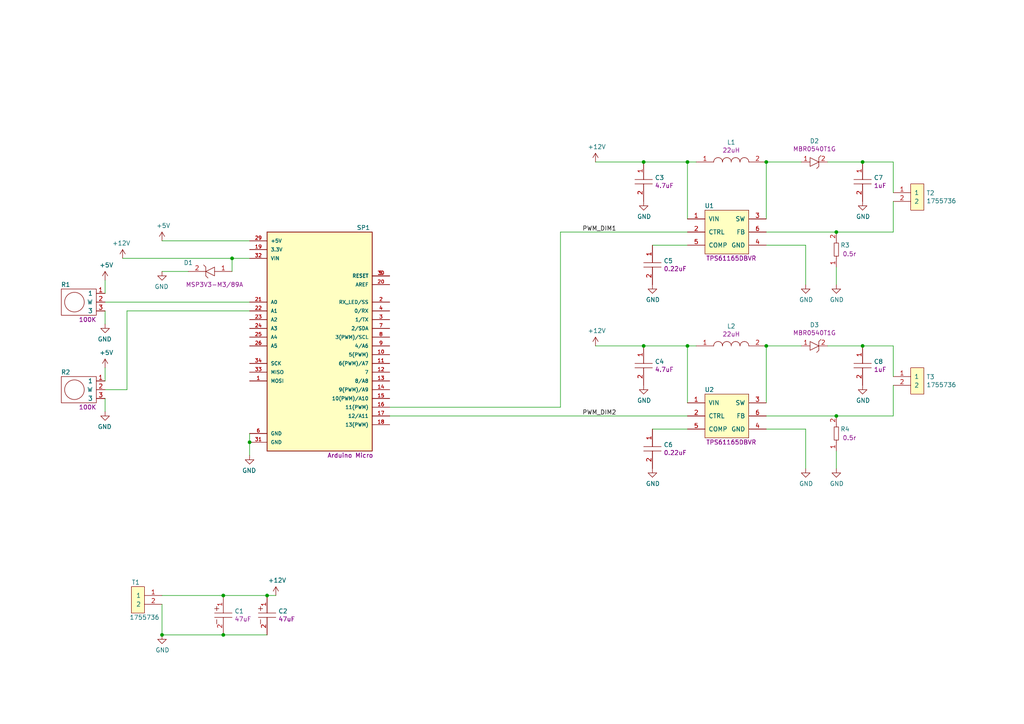
<source format=kicad_sch>
(kicad_sch (version 20230121) (generator eeschema)
  (paper "A4")
  (lib_symbols
    (symbol "LED-Board-MW-rescue:1755736-AVR-KiCAD-Lib-Connectors" (pin_names (offset 1.016))
      (property "Reference" "T" (at -1.27 -1.27 0))
      (property "Value" "AVR-KiCAD-Lib-Connectors_1755736" (at 3.81 -11.43 0))
      (symbol "1755736-AVR-KiCAD-Lib-Connectors_0_1"
        (rectangle (start 0 -2.54) (end 3.81 -10.16) (fill (type background)))
      )
      (symbol "1755736-AVR-KiCAD-Lib-Connectors_1_1"
        (pin passive line (at -5.08 -5.08 0) (length 5.08) (name "1") (number "1"))
        (pin passive line (at -5.08 -7.62 0) (length 5.08) (name "2") (number "2"))
      )
    )
    (symbol "LED-Board-MW-rescue:Arduino_Micro-AVR-KiCAD-Lib-Special" (pin_names (offset 1.016))
      (property "Reference" "SP" (at 1.27 1.27 0))
      (property "_Value_" "Arduino Micro" (at 6.35 -64.77 0))
      (symbol "Arduino_Micro-AVR-KiCAD-Lib-Special_1_1"
        (rectangle (start 0 0) (end 30.48 -63.5) (stroke (width 0.254)) (fill (type background)))
        (pin bidirectional line (at 35.56 -43.18 180) (length 5.08) (name "MOSI") (number "1"))
        (pin bidirectional line (at -5.08 -35.56 0) (length 5.08) (name "5(PWM)") (number "10"))
        (pin bidirectional line (at -5.08 -38.1 0) (length 5.08) (name "6(PWM)/A7") (number "11"))
        (pin bidirectional line (at -5.08 -40.64 0) (length 5.08) (name "7") (number "12"))
        (pin bidirectional line (at -5.08 -43.18 0) (length 5.08) (name "8/A8") (number "13"))
        (pin bidirectional line (at -5.08 -45.72 0) (length 5.08) (name "9(PWM)/A9") (number "14"))
        (pin bidirectional line (at -5.08 -48.26 0) (length 5.08) (name "10(PWM)/A10") (number "15"))
        (pin bidirectional line (at -5.08 -50.8 0) (length 5.08) (name "11(PWM)") (number "16"))
        (pin bidirectional line (at -5.08 -53.34 0) (length 5.08) (name "12/A11") (number "17"))
        (pin bidirectional line (at -5.08 -55.88 0) (length 5.08) (name "13(PWM)") (number "18"))
        (pin power_in line (at 35.56 -5.08 180) (length 5.08) (name "3.3V") (number "19"))
        (pin bidirectional line (at -5.08 -20.32 0) (length 5.08) (name "RX_LED/SS") (number "2"))
        (pin input line (at -5.08 -15.24 0) (length 5.08) (name "AREF") (number "20"))
        (pin bidirectional line (at 35.56 -20.32 180) (length 5.08) (name "A0") (number "21"))
        (pin bidirectional line (at 35.56 -22.86 180) (length 5.08) (name "A1") (number "22"))
        (pin bidirectional line (at 35.56 -25.4 180) (length 5.08) (name "A2") (number "23"))
        (pin bidirectional line (at 35.56 -27.94 180) (length 5.08) (name "A3") (number "24"))
        (pin bidirectional line (at 35.56 -30.48 180) (length 5.08) (name "A4") (number "25"))
        (pin bidirectional line (at 35.56 -33.02 180) (length 5.08) (name "A5") (number "26"))
        (pin power_in line (at 35.56 -2.54 180) (length 5.08) (name "+5V") (number "29"))
        (pin bidirectional line (at -5.08 -25.4 0) (length 5.08) (name "1/TX") (number "3"))
        (pin input line (at -5.08 -12.7 0) (length 5.08) (name "RESET") (number "30"))
        (pin power_in line (at 35.56 -60.96 180) (length 5.08) (name "GND") (number "31"))
        (pin power_in line (at 35.56 -7.62 180) (length 5.08) (name "VIN") (number "32"))
        (pin bidirectional line (at 35.56 -40.64 180) (length 5.08) (name "MISO") (number "33"))
        (pin bidirectional line (at 35.56 -38.1 180) (length 5.08) (name "SCK") (number "34"))
        (pin bidirectional line (at -5.08 -22.86 0) (length 5.08) (name "0/RX") (number "4"))
        (pin input line (at -5.08 -12.7 0) (length 5.08) (name "RESET") (number "5"))
        (pin power_in line (at 35.56 -58.42 180) (length 5.08) (name "GND") (number "6"))
        (pin bidirectional line (at -5.08 -27.94 0) (length 5.08) (name "2/SDA") (number "7"))
        (pin bidirectional line (at -5.08 -30.48 0) (length 5.08) (name "3(PWM)/SCL") (number "8"))
        (pin bidirectional line (at -5.08 -33.02 0) (length 5.08) (name "4/A6") (number "9"))
      )
    )
    (symbol "LED-Board-MW-rescue:C1206C105K3RACAUTO-AVR-KiCAD-Lib-Capacitors" (pin_names (offset 1.016))
      (property "Reference" "C" (at -2.54 2.54 0))
      (property "_Value_" "1uF" (at 58.42 63.5 0))
      (symbol "C1206C105K3RACAUTO-AVR-KiCAD-Lib-Capacitors_1_1"
        (polyline (pts (xy 0 2.54) (xy 0 -2.54)))
        (polyline (pts (xy 1.27 2.54) (xy 1.27 -2.54)))
        (pin input line (at -5.08 0 0) (length 5.08) (name "~") (number "1"))
        (pin input line (at 6.35 0 180) (length 5.08) (name "~") (number "2"))
      )
    )
    (symbol "LED-Board-MW-rescue:CL21A475KACLRNC-AVR-KiCAD-Lib-Capacitors" (pin_names (offset 1.016))
      (property "Reference" "C" (at -2.54 2.54 0))
      (property "_Value_" "4.7uF" (at 58.42 63.5 0))
      (symbol "CL21A475KACLRNC-AVR-KiCAD-Lib-Capacitors_1_1"
        (polyline (pts (xy 0 2.54) (xy 0 -2.54)))
        (polyline (pts (xy 1.27 2.54) (xy 1.27 -2.54)))
        (pin input line (at -5.08 0 0) (length 5.08) (name "~") (number "1"))
        (pin input line (at 6.35 0 180) (length 5.08) (name "~") (number "2"))
      )
    )
    (symbol "LED-Board-MW-rescue:CL21B224KBFNNNE-AVR-KiCAD-Lib-Capacitors" (pin_names (offset 1.016))
      (property "Reference" "C" (at -2.54 2.54 0))
      (property "_Value_" "0.22uF" (at 58.42 63.5 0))
      (symbol "CL21B224KBFNNNE-AVR-KiCAD-Lib-Capacitors_1_1"
        (polyline (pts (xy 0 2.54) (xy 0 -2.54)))
        (polyline (pts (xy 1.27 2.54) (xy 1.27 -2.54)))
        (pin input line (at -5.08 0 0) (length 5.08) (name "~") (number "1"))
        (pin input line (at 6.35 0 180) (length 5.08) (name "~") (number "2"))
      )
    )
    (symbol "LED-Board-MW-rescue:MBR0540T1G-AVR-KiCAD-Lib-Diodes" (pin_names (offset 1.016))
      (property "Reference" "D" (at -2.54 2.54 0))
      (property "_Value_" "MBR0540T1G" (at 1.27 -3.81 0))
      (symbol "MBR0540T1G-AVR-KiCAD-Lib-Diodes_0_1"
        (polyline (pts (xy 1.27 -1.27) (xy 0.635 -1.905)))
        (polyline (pts (xy 1.27 1.27) (xy 1.27 -1.27)))
        (polyline (pts (xy 1.27 1.27) (xy 1.905 1.905)))
        (polyline (pts (xy -1.27 1.27) (xy -1.27 -1.27) (xy 1.27 0) (xy -1.27 1.27)))
      )
      (symbol "MBR0540T1G-AVR-KiCAD-Lib-Diodes_1_1"
        (pin passive line (at -3.81 0 0) (length 2.54) (name "~") (number "1"))
        (pin passive line (at 3.81 0 180) (length 2.54) (name "~") (number "2"))
      )
    )
    (symbol "LED-Board-MW-rescue:MSP3V3-M3_89A-AVR-KiCAD-Lib-Diodes" (pin_names (offset 1.016))
      (property "Reference" "D" (at -2.54 2.54 0))
      (property "_Value_" "MSP3V3-M3/89A" (at 58.42 63.5 0))
      (symbol "MSP3V3-M3_89A-AVR-KiCAD-Lib-Diodes_0_1"
        (polyline (pts (xy 1.27 -1.27) (xy 0.635 -1.905)))
        (polyline (pts (xy 1.27 1.27) (xy 1.27 -1.27)))
        (polyline (pts (xy 1.27 1.27) (xy 1.905 1.905)))
        (polyline (pts (xy -1.27 1.27) (xy -1.27 -1.27) (xy 1.27 0) (xy -1.27 1.27)))
      )
      (symbol "MSP3V3-M3_89A-AVR-KiCAD-Lib-Diodes_1_1"
        (pin passive line (at -6.35 0 0) (length 5.08) (name "~") (number "1"))
        (pin passive line (at 6.35 0 180) (length 5.08) (name "~") (number "2"))
      )
    )
    (symbol "LED-Board-MW-rescue:P0915N-EC15BR100K-AVR-KiCAD-Lib-Potentiometers" (pin_names (offset 1.016))
      (property "Reference" "R" (at -2.54 2.54 0))
      (property "_Value_" "100K" (at 58.42 63.5 0))
      (symbol "P0915N-EC15BR100K-AVR-KiCAD-Lib-Potentiometers_0_1"
        (rectangle (start 0 0) (end 10.16 -7.62))
        (circle (center 6.35 -3.81) (radius 2.8448))
      )
      (symbol "P0915N-EC15BR100K-AVR-KiCAD-Lib-Potentiometers_1_1"
        (pin passive line (at -2.54 -1.27 0) (length 2.54) (name "1") (number "1"))
        (pin passive line (at -2.54 -3.81 0) (length 2.54) (name "W") (number "2"))
        (pin passive line (at -2.54 -6.35 0) (length 2.54) (name "3") (number "3"))
      )
    )
    (symbol "LED-Board-MW-rescue:SRN8040-220M-AVR-KiCAD-Lib-Inductors" (pin_names (offset 1.016))
      (property "Reference" "L" (at -2.54 2.54 0))
      (property "_Value_" "22uH" (at 58.42 63.5 0))
      (symbol "SRN8040-220M-AVR-KiCAD-Lib-Inductors_1_1"
        (arc (start -3.81 1.27) (mid -4.7246 0.9071) (end -5.08 0))
        (arc (start -2.54 0) (mid -2.9029 0.9146) (end -3.81 1.27))
        (arc (start -1.27 1.27) (mid -2.1846 0.9071) (end -2.54 0))
        (arc (start 0 0) (mid -0.3629 0.9146) (end -1.27 1.27))
        (arc (start 1.27 1.27) (mid 0.3554 0.9071) (end 0 0))
        (arc (start 2.54 0) (mid 2.1771 0.9146) (end 1.27 1.27))
        (arc (start 3.81 1.27) (mid 2.8954 0.9071) (end 2.54 0))
        (arc (start 5.08 0) (mid 4.7171 0.9146) (end 3.81 1.27))
        (pin input line (at -10.16 0 0) (length 5.08) (name "~") (number "1"))
        (pin input line (at 10.16 0 180) (length 5.08) (name "~") (number "2"))
      )
    )
    (symbol "LED-Board-MW-rescue:TPS61165DBVR-AVR-KiCAD-Lib-ICs" (pin_names (offset 1.016))
      (property "Reference" "U" (at -2.54 1.27 0))
      (property "_Value_" "TPS61165DBVR" (at 58.42 63.5 0))
      (symbol "TPS61165DBVR-AVR-KiCAD-Lib-ICs_0_1"
        (rectangle (start 0 0) (end 12.7 -12.7) (fill (type background)))
      )
      (symbol "TPS61165DBVR-AVR-KiCAD-Lib-ICs_1_1"
        (pin power_in line (at -5.08 -2.54 0) (length 5.08) (name "VIN") (number "1"))
        (pin input line (at -5.08 -6.35 0) (length 5.08) (name "CTRL") (number "2"))
        (pin power_out line (at 17.78 -2.54 180) (length 5.08) (name "SW") (number "3"))
        (pin passive line (at 17.78 -10.16 180) (length 5.08) (name "GND") (number "4"))
        (pin output line (at -5.08 -10.16 0) (length 5.08) (name "COMP") (number "5"))
        (pin input line (at 17.78 -6.35 180) (length 5.08) (name "FB") (number "6"))
      )
    )
    (symbol "LED-Board-MW-rescue:UFW1H470MED1TD-AVR-KiCAD-Lib-Capacitors" (pin_names (offset 1.016))
      (property "Reference" "C" (at -2.54 2.54 0))
      (property "_Value_" "47uF" (at 58.42 63.5 0))
      (symbol "UFW1H470MED1TD-AVR-KiCAD-Lib-Capacitors_0_1"
        (polyline (pts (xy -1.27 -1.27) (xy -1.27 -2.54)))
        (polyline (pts (xy -0.635 -1.905) (xy -1.905 -1.905)))
        (polyline (pts (xy 1.905 -1.905) (xy 3.175 -1.905)))
      )
      (symbol "UFW1H470MED1TD-AVR-KiCAD-Lib-Capacitors_1_1"
        (polyline (pts (xy 0 2.54) (xy 0 -2.54)))
        (polyline (pts (xy 1.27 2.54) (xy 1.27 -2.54)))
        (pin input line (at -5.08 0 0) (length 5.08) (name "~") (number "1"))
        (pin input line (at 6.35 0 180) (length 5.08) (name "~") (number "2"))
      )
    )
    (symbol "LED-Board-MW-rescue:WSLT2512R5000FEA-AVR-KiCAD-Lib-Resistors" (pin_names (offset 1.016))
      (property "Reference" "R" (at -2.54 2.54 0))
      (property "_Value_" "0.5r" (at 58.42 63.5 0))
      (symbol "WSLT2512R5000FEA-AVR-KiCAD-Lib-Resistors_0_1"
        (rectangle (start -1.905 0.635) (end 1.905 -0.635))
        (polyline (pts (xy -2.54 0) (xy -1.905 0)))
        (polyline (pts (xy -1.905 0) (xy -1.905 0)))
        (polyline (pts (xy 1.905 0) (xy 1.905 0)))
        (polyline (pts (xy 2.54 0) (xy 1.905 0)))
      )
      (symbol "WSLT2512R5000FEA-AVR-KiCAD-Lib-Resistors_1_1"
        (pin passive line (at -5.08 0 0) (length 2.5146) (name "~") (number "1"))
        (pin passive line (at 5.08 0 180) (length 2.5146) (name "~") (number "2"))
      )
    )
    (symbol "power:+12V" (power) (pin_names (offset 0))
      (property "Value" "+12V" (at 0 3.556 0))
      (symbol "+12V_0_1"
        (polyline (pts (xy -0.762 1.27) (xy 0 2.54)))
        (polyline (pts (xy 0 0) (xy 0 2.54)))
        (polyline (pts (xy 0 2.54) (xy 0.762 1.27)))
      )
      (symbol "+12V_1_1"
        (pin power_in line (at 0 0 90) (length 0) hide (name "+12V") (number "1"))
      )
    )
    (symbol "power:+5V" (power) (pin_names (offset 0))
      (property "Value" "+5V" (at 0 3.556 0))
      (symbol "+5V_0_1"
        (polyline (pts (xy -0.762 1.27) (xy 0 2.54)))
        (polyline (pts (xy 0 0) (xy 0 2.54)))
        (polyline (pts (xy 0 2.54) (xy 0.762 1.27)))
      )
      (symbol "+5V_1_1"
        (pin power_in line (at 0 0 90) (length 0) hide (name "+5V") (number "1"))
      )
    )
    (symbol "power:GND" (power) (pin_names (offset 0))
      (property "Value" "GND" (at 0 -3.81 0))
      (symbol "GND_0_1"
        (polyline (pts (xy 0 0) (xy 0 -1.27) (xy 1.27 -1.27) (xy 0 -2.54) (xy -1.27 -1.27) (xy 0 -1.27)))
      )
      (symbol "GND_1_1"
        (pin power_in line (at 0 0 270) (length 0) hide (name "GND") (number "1"))
      )
    )
  )
  (junction (at 222.25 100.33))
  (junction (at 199.39 46.99))
  (junction (at 199.39 100.33))
  (junction (at 64.77 172.72))
  (junction (at 77.47 172.72))
  (junction (at 186.69 46.99))
  (junction (at 222.25 46.99))
  (junction (at 250.19 100.33))
  (junction (at 242.57 120.65))
  (junction (at 250.19 46.99))
  (junction (at 72.39 128.27))
  (junction (at 64.77 184.15))
  (junction (at 46.99 184.15))
  (junction (at 67.31 74.93))
  (junction (at 186.69 100.33))
  (junction (at 242.57 67.31))
  (wire (pts (xy 30.48 90.17) (xy 30.48 93.98)))
  (wire (pts (xy 242.57 82.55) (xy 242.57 77.47)))
  (wire (pts (xy 250.19 100.33) (xy 259.08 100.33)))
  (wire (pts (xy 259.08 111.76) (xy 259.08 120.65)))
  (wire (pts (xy 242.57 135.89) (xy 242.57 130.81)))
  (wire (pts (xy 64.77 184.15) (xy 46.99 184.15)))
  (wire (pts (xy 72.39 69.85) (xy 46.99 69.85)))
  (wire (pts (xy 64.77 172.72) (xy 77.47 172.72)))
  (wire (pts (xy 259.08 58.42) (xy 259.08 67.31)))
  (wire (pts (xy 240.03 46.99) (xy 250.19 46.99)))
  (wire (pts (xy 186.69 46.99) (xy 172.72 46.99)))
  (wire (pts (xy 199.39 116.84) (xy 199.39 100.33)))
  (wire (pts (xy 67.31 78.74) (xy 67.31 74.93)))
  (wire (pts (xy 67.31 74.93) (xy 35.56 74.93)))
  (wire (pts (xy 233.68 124.46) (xy 233.68 135.89)))
  (wire (pts (xy 222.25 46.99) (xy 222.25 63.5)))
  (wire (pts (xy 199.39 46.99) (xy 186.69 46.99)))
  (wire (pts (xy 189.23 124.46) (xy 199.39 124.46)))
  (wire (pts (xy 199.39 100.33) (xy 186.69 100.33)))
  (wire (pts (xy 77.47 184.15) (xy 64.77 184.15)))
  (wire (pts (xy 30.48 115.57) (xy 30.48 119.38)))
  (wire (pts (xy 30.48 106.68) (xy 30.48 110.49)))
  (wire (pts (xy 46.99 78.74) (xy 54.61 78.74)))
  (wire (pts (xy 233.68 124.46) (xy 222.25 124.46)))
  (wire (pts (xy 162.56 118.11) (xy 162.56 67.31)))
  (wire (pts (xy 72.39 87.63) (xy 30.48 87.63)))
  (wire (pts (xy 36.83 113.03) (xy 30.48 113.03)))
  (wire (pts (xy 233.68 71.12) (xy 233.68 82.55)))
  (wire (pts (xy 186.69 100.33) (xy 172.72 100.33)))
  (wire (pts (xy 72.39 74.93) (xy 67.31 74.93)))
  (wire (pts (xy 222.25 100.33) (xy 222.25 116.84)))
  (wire (pts (xy 199.39 67.31) (xy 162.56 67.31)))
  (wire (pts (xy 36.83 90.17) (xy 36.83 113.03)))
  (wire (pts (xy 242.57 120.65) (xy 259.08 120.65)))
  (wire (pts (xy 72.39 90.17) (xy 36.83 90.17)))
  (wire (pts (xy 199.39 63.5) (xy 199.39 46.99)))
  (wire (pts (xy 189.23 71.12) (xy 199.39 71.12)))
  (wire (pts (xy 233.68 71.12) (xy 222.25 71.12)))
  (wire (pts (xy 199.39 46.99) (xy 201.93 46.99)))
  (wire (pts (xy 222.25 120.65) (xy 242.57 120.65)))
  (wire (pts (xy 46.99 175.26) (xy 46.99 184.15)))
  (wire (pts (xy 232.41 46.99) (xy 222.25 46.99)))
  (wire (pts (xy 199.39 100.33) (xy 201.93 100.33)))
  (wire (pts (xy 113.03 118.11) (xy 162.56 118.11)))
  (wire (pts (xy 232.41 100.33) (xy 222.25 100.33)))
  (wire (pts (xy 259.08 100.33) (xy 259.08 109.22)))
  (wire (pts (xy 46.99 172.72) (xy 64.77 172.72)))
  (wire (pts (xy 259.08 46.99) (xy 259.08 55.88)))
  (wire (pts (xy 242.57 67.31) (xy 259.08 67.31)))
  (wire (pts (xy 72.39 125.73) (xy 72.39 128.27)))
  (wire (pts (xy 77.47 172.72) (xy 80.01 172.72)))
  (wire (pts (xy 30.48 81.28) (xy 30.48 85.09)))
  (wire (pts (xy 72.39 128.27) (xy 72.39 132.08)))
  (wire (pts (xy 250.19 46.99) (xy 259.08 46.99)))
  (wire (pts (xy 113.03 120.65) (xy 199.39 120.65)))
  (wire (pts (xy 240.03 100.33) (xy 250.19 100.33)))
  (wire (pts (xy 222.25 67.31) (xy 242.57 67.31)))
  (label "PWM_DIM2" (at 168.91 120.65 0))
  (label "PWM_DIM1" (at 168.91 67.31 0))
  (symbol (lib_id "LED-Board-MW-rescue:TPS61165DBVR-AVR-KiCAD-Lib-ICs") (at 204.47 60.96 0) (unit 1)
    (property "Reference" "U1" (at 205.74 59.69 0))
    (property "Value" "TPS61165DBVR" (effects hide))
    (property "Footprint" "AVR-KiCAD-Lib-ICs:SOT-23-6_Handsoldering" (effects hide))
    (property "Datasheet" "https://www.ti.com/lit/ds/symlink/tps61165.pdf?ts=1588356548090" (effects hide))
    (property "Cost QTY: 1" "1.82000" (effects hide))
    (property "Cost QTY: 1000" "0.83160" (effects hide))
    (property "Cost QTY: 2500" "*" (effects hide))
    (property "Cost QTY: 5000" "*" (effects hide))
    (property "Cost QTY: 10000" "*" (effects hide))
    (property "MFR" "Texas Instruments" (effects hide))
    (property "MFR#" "TPS61165DBVR" (effects hide))
    (property "Vendor" "Digikey" (effects hide))
    (property "Vendor #" "296-27597-1-ND" (effects hide))
    (property "Designer" "AVR" (effects hide))
    (property "Height" "1.1" (effects hide))
    (property "Date Created" "6/10/2020" (effects hide))
    (property "Date Modified" "6/10/2020" (effects hide))
    (property "Lead-Free ?" "Yes" (effects hide))
    (property "RoHS Levels" "1" (effects hide))
    (property "Mounting" "SMT" (effects hide))
    (property "Pin Count #" "6" (effects hide))
    (property "Status" "Active" (effects hide))
    (property "Tolerance" "*" (effects hide))
    (property "Type" "DCDC Boost LED Driver" (effects hide))
    (property "Voltage" "3-18V IN 18-38V OUT" (effects hide))
    (property "Package" "SOT23-6" (effects hide))
    (property "Description" "LED Driver IC 1 Output DC DC Regulator Step-Up (Boost) PWM Dimming 1.2A (Switch) SOT-23-6" (effects hide))
    (property "_Value_" "TPS61165DBVR" (at 212.09 74.93 0))
    (property "Management_ID" "*" (effects hide))
  )
  (symbol (lib_id "LED-Board-MW-rescue:CL21A475KACLRNC-AVR-KiCAD-Lib-Capacitors") (at 186.69 52.07 270) (unit 1)
    (property "Reference" "C3" (at 189.9412 51.5366 90) (effects (justify left)))
    (property "Value" "CL21A475KACLRNC" (effects hide))
    (property "Footprint" "AVR-KiCAD-Lib-Capacitors:C0805" (effects hide))
    (property "Datasheet" "https://www.samsungsem.com/kr/support/product-search/mlcc/CL21A475KACLRNC.jsp" (effects hide))
    (property "Cost QTY: 1" "0.25000" (effects hide))
    (property "Cost QTY: 1000" "0.05249" (effects hide))
    (property "Cost QTY: 2500" "*" (effects hide))
    (property "Cost QTY: 5000" "*" (effects hide))
    (property "Cost QTY: 10000" "*" (effects hide))
    (property "MFR" "Samsung Electro-Mechanics" (effects hide))
    (property "MFR#" "CL21A475KACLRNC" (effects hide))
    (property "Vendor" "Digikey" (effects hide))
    (property "Vendor #" "1276-2415-1-ND" (effects hide))
    (property "Designer" "AVR" (effects hide))
    (property "Height" "0.95mm" (effects hide))
    (property "Date Created" "4/30/2019" (effects hide))
    (property "Date Modified" "4/30/2019" (effects hide))
    (property "Lead-Free ?" "Yes" (effects hide))
    (property "RoHS Levels" "1" (effects hide))
    (property "Mounting" "SMT" (effects hide))
    (property "Pin Count #" "2" (effects hide))
    (property "Status" "Active" (effects hide))
    (property "Tolerance" "10%" (effects hide))
    (property "Type" "SMT Ceramic Cap" (effects hide))
    (property "Voltage" "*" (effects hide))
    (property "Package" "1206" (effects hide))
    (property "Description" "CAP CER 4.7UF 25V X5R 0805" (effects hide))
    (property "_Value_" "4.7uF" (at 189.9412 53.848 90) (effects (justify left)))
    (property "Management_ID" "*" (effects hide))
  )
  (symbol (lib_id "LED-Board-MW-rescue:C1206C105K3RACAUTO-AVR-KiCAD-Lib-Capacitors") (at 250.19 52.07 270) (unit 1)
    (property "Reference" "C7" (at 253.4412 51.5366 90) (effects (justify left)))
    (property "Value" "C1206C105K3RACAUTO" (effects hide))
    (property "Footprint" "AVR-KiCAD-Lib-Capacitors:C1206" (effects hide))
    (property "Datasheet" "https://content.kemet.com/datasheets/KEM_C1023_X7R_AUTO_SMD.pdf" (effects hide))
    (property "Cost QTY: 1" "0.25000" (effects hide))
    (property "Cost QTY: 1000" "0.06064" (effects hide))
    (property "Cost QTY: 2500" "*" (effects hide))
    (property "Cost QTY: 5000" "*" (effects hide))
    (property "Cost QTY: 10000" "0.04594" (effects hide))
    (property "MFR" "KEMET" (effects hide))
    (property "MFR#" "C1206C105K3RACAUTO" (effects hide))
    (property "Vendor" "Digikey" (effects hide))
    (property "Vendor #" "399-7010-1-ND" (effects hide))
    (property "Designer" "AVR" (effects hide))
    (property "Height" "1.40mm" (effects hide))
    (property "Date Created" "7/31/2020" (effects hide))
    (property "Date Modified" "7/31/2020" (effects hide))
    (property "Lead-Free ?" "YES" (effects hide))
    (property "RoHS Levels" "1" (effects hide))
    (property "Mounting" "SMT" (effects hide))
    (property "Pin Count #" "2" (effects hide))
    (property "Status" "Active" (effects hide))
    (property "Tolerance" "10%" (effects hide))
    (property "Type" "Capacitor" (effects hide))
    (property "Voltage" "25V" (effects hide))
    (property "Package" "1206" (effects hide))
    (property "Description" "1µF ±10% 25V Ceramic Capacitor X7R 1206 (3216 Metric)" (effects hide))
    (property "_Value_" "1uF" (at 253.4412 53.848 90) (effects (justify left)))
    (property "Management_ID" "*" (effects hide))
  )
  (symbol (lib_id "LED-Board-MW-rescue:MBR0540T1G-AVR-KiCAD-Lib-Diodes") (at 236.22 46.99 0) (unit 1)
    (property "Reference" "D2" (at 236.22 40.894 0))
    (property "Value" "MBR0540T1G" (effects hide))
    (property "Footprint" "AVR-KiCAD-Lib-Diodes:D_SOD-123" (effects hide))
    (property "Datasheet" "https://www.onsemi.com/pub/Collateral/MBR0540T1-D.PDF" (effects hide))
    (property "Cost QTY: 1" "0.37000" (effects hide))
    (property "Cost QTY: 1000" "0.07191" (effects hide))
    (property "Cost QTY: 2500" "*" (effects hide))
    (property "Cost QTY: 5000" "*" (effects hide))
    (property "Cost QTY: 10000" "*" (effects hide))
    (property "MFR" "ON Semiconductor" (effects hide))
    (property "MFR#" "MBR0540T1G" (effects hide))
    (property "Vendor" "Digikey" (effects hide))
    (property "Vendor #" "MBR0540T1GOSTR-ND" (effects hide))
    (property "Designer" "AVR" (effects hide))
    (property "Height" "1.17mm" (effects hide))
    (property "Date Created" "7/31/2020" (effects hide))
    (property "Date Modified" "7/31/2020" (effects hide))
    (property "Lead-Free ?" "Yes" (effects hide))
    (property "RoHS Levels" "1" (effects hide))
    (property "Mounting" "SMT" (effects hide))
    (property "Pin Count #" "2" (effects hide))
    (property "Status" "Active" (effects hide))
    (property "Tolerance" "*" (effects hide))
    (property "Type" "TVS Diode" (effects hide))
    (property "Voltage" "40V" (effects hide))
    (property "Package" "SOD-123" (effects hide))
    (property "Description" "Diode Schottky 40V 500mA Surface Mount SOD-123" (effects hide))
    (property "_Value_" "MBR0540T1G" (at 236.22 43.2054 0))
    (property "Management_ID" "*" (effects hide))
  )
  (symbol (lib_id "power:GND") (at 250.19 58.42 0) (unit 1)
    (property "Reference" "#PWR0101" (effects hide))
    (property "Value" "GND" (at 250.317 62.8142 0))
  )
  (symbol (lib_id "power:+12V") (at 172.72 46.99 0) (unit 1)
    (property "Reference" "#PWR0102" (effects hide))
    (property "Value" "+12V" (at 173.101 42.5958 0))
  )
  (symbol (lib_id "power:GND") (at 233.68 82.55 0) (unit 1)
    (property "Reference" "#PWR0103" (effects hide))
    (property "Value" "GND" (at 233.807 86.9442 0))
  )
  (symbol (lib_id "power:GND") (at 186.69 58.42 0) (unit 1)
    (property "Reference" "#PWR0104" (effects hide))
    (property "Value" "GND" (at 186.817 62.8142 0))
  )
  (symbol (lib_id "LED-Board-MW-rescue:SRN8040-220M-AVR-KiCAD-Lib-Inductors") (at 212.09 46.99 0) (unit 1)
    (property "Reference" "L1" (at 212.09 41.275 0))
    (property "Value" "SRN8040-220M" (effects hide))
    (property "Footprint" "AVR-KiCAD-Lib-Inductors:SRN8040-220M" (effects hide))
    (property "Datasheet" "https://www.bourns.com/docs/Product-Datasheets/SRN8040.pdf" (effects hide))
    (property "Cost QTY: 1" "0.72000" (effects hide))
    (property "Cost QTY: 1000" "0.28900" (effects hide))
    (property "Cost QTY: 2500" "*" (effects hide))
    (property "Cost QTY: 5000" "0.26350" (effects hide))
    (property "Cost QTY: 10000" "0.25500" (effects hide))
    (property "MFR" "Bourns Inc." (effects hide))
    (property "MFR#" "SRN8040-220M" (effects hide))
    (property "Vendor" "Digikey" (effects hide))
    (property "Vendor #" "SRN8040-220MTR-ND" (effects hide))
    (property "Designer" "AVR" (effects hide))
    (property "Height" "4mm" (effects hide))
    (property "Date Created" "7/31/2020" (effects hide))
    (property "Date Modified" "7/31/2020" (effects hide))
    (property "Lead-Free ?" "Yes" (effects hide))
    (property "RoHS Levels" "1" (effects hide))
    (property "Mounting" "SMT" (effects hide))
    (property "Pin Count #" "2" (effects hide))
    (property "Status" "Active" (effects hide))
    (property "Tolerance" "20%" (effects hide))
    (property "Type" "Fixed Inductor" (effects hide))
    (property "Voltage" "*" (effects hide))
    (property "Package" "Nonstandard" (effects hide))
    (property "_Value_" "22uH" (at 212.09 43.5864 0))
    (property "Description" "22µH Semi-Shielded Wirewound Inductor 2.2A 100mOhm Max Nonstandard" (effects hide))
    (property "Management_ID" "*" (effects hide))
  )
  (symbol (lib_id "LED-Board-MW-rescue:WSLT2512R5000FEA-AVR-KiCAD-Lib-Resistors") (at 242.57 72.39 90) (unit 1)
    (property "Reference" "R3" (at 245.11 71.12 90))
    (property "Value" "WSLT2512R5000FEA" (effects hide))
    (property "Footprint" "AVR-KiCAD-Lib-Resistors:R2512" (effects hide))
    (property "Datasheet" "https://www.vishay.com/docs/30121/wslt2512.pdf" (effects hide))
    (property "Cost QTY: 1" "0.91000" (effects hide))
    (property "Cost QTY: 1000" "0.35319" (effects hide))
    (property "Cost QTY: 2500" "*" (effects hide))
    (property "Cost QTY: 5000" "*" (effects hide))
    (property "Cost QTY: 10000" "*" (effects hide))
    (property "MFR" "Vishay Dale" (effects hide))
    (property "MFR#" "WSLT2512R5000FEA" (effects hide))
    (property "Vendor" "Digikey" (effects hide))
    (property "Vendor #" "WSLT-.5CT-ND" (effects hide))
    (property "Designer" "AVR" (effects hide))
    (property "Height" "0.89mm" (effects hide))
    (property "Date Created" "7/31/2020" (effects hide))
    (property "Date Modified" "7/31/2020" (effects hide))
    (property "Lead-Free ?" "Yes" (effects hide))
    (property "RoHS Levels" "1" (effects hide))
    (property "Mounting" "SMT" (effects hide))
    (property "Pin Count #" "2" (effects hide))
    (property "Status" "Active" (effects hide))
    (property "Tolerance" "1%" (effects hide))
    (property "Type" "Resistor" (effects hide))
    (property "Voltage" "*" (effects hide))
    (property "Package" "2512" (effects hide))
    (property "_Value_" "0.5r" (at 246.38 73.66 90))
    (property "Management_ID" "*" (effects hide))
    (property "Description" "500 mOhms ±1% 1W Chip Resistor 2512 (6432 Metric) Anti-Sulfur, Automotive AEC-Q200, Current Sense, Moisture Resistant, Pulse Withstanding Metal Element" (effects hide))
  )
  (symbol (lib_id "power:GND") (at 242.57 82.55 0) (unit 1)
    (property "Reference" "#PWR0105" (effects hide))
    (property "Value" "GND" (at 242.697 86.9442 0))
  )
  (symbol (lib_id "LED-Board-MW-rescue:CL21B224KBFNNNE-AVR-KiCAD-Lib-Capacitors") (at 189.23 76.2 270) (unit 1)
    (property "Reference" "C5" (at 192.4812 75.6666 90) (effects (justify left)))
    (property "Value" "CL21B224KBFNNNE" (effects hide))
    (property "Footprint" "AVR-KiCAD-Lib-Capacitors:C0805" (effects hide))
    (property "Datasheet" "https://www.samsungsem.com/kr/support/product-search/mlcc/__icsFiles/afieldfile/2018/07/24/CL21B224KBFNNNE.pdf" (effects hide))
    (property "Cost QTY: 1" "0.11000" (effects hide))
    (property "Cost QTY: 1000" "0.02096" (effects hide))
    (property "Cost QTY: 2500" "*" (effects hide))
    (property "Cost QTY: 5000" "*" (effects hide))
    (property "Cost QTY: 10000" "*" (effects hide))
    (property "MFR" "Samsung Electro-Mechanics" (effects hide))
    (property "MFR#" "CL21B224KBFNNNE" (effects hide))
    (property "Vendor" "Digikey" (effects hide))
    (property "Vendor #" "1276-1093-1-ND" (effects hide))
    (property "Designer" "AVR" (effects hide))
    (property "Height" "1.35mm" (effects hide))
    (property "Date Created" "4/29/2019" (effects hide))
    (property "Date Modified" "4/29/2019" (effects hide))
    (property "Lead-Free ?" "Yes" (effects hide))
    (property "RoHS Levels" "1" (effects hide))
    (property "Mounting" "SMT" (effects hide))
    (property "Pin Count #" "2" (effects hide))
    (property "Status" "Active" (effects hide))
    (property "Tolerance" "10%" (effects hide))
    (property "Type" "SMT Ceramic Cap" (effects hide))
    (property "Voltage" "50V" (effects hide))
    (property "Package" "0805" (effects hide))
    (property "Description" "CAP CER 0.22UF 50V X7R 0805" (effects hide))
    (property "_Value_" "0.22uF" (at 192.4812 77.978 90) (effects (justify left)))
    (property "Management_ID" "*" (effects hide))
  )
  (symbol (lib_id "power:GND") (at 189.23 82.55 0) (unit 1)
    (property "Reference" "#PWR0106" (effects hide))
    (property "Value" "GND" (at 189.357 86.9442 0))
  )
  (symbol (lib_id "LED-Board-MW-rescue:1755736-AVR-KiCAD-Lib-Connectors") (at 264.16 50.8 0) (unit 1)
    (property "Reference" "T2" (at 268.6812 55.9816 0) (effects (justify left)))
    (property "Value" "1755736" (at 268.6812 58.293 0) (effects (justify left)))
    (property "Footprint" "growbox-KiCAD-Connectors:PhoenixContact_MSTBVA-G_02x5.08mm_Vertical" (effects hide))
    (property "Datasheet" "https://media.digikey.com/pdf/Data%20Sheets/Phoenix%20Contact%20PDFs/1755794.pdf" (effects hide))
    (property "Cost QTY: 1" "0.64000" (effects hide))
    (property "Cost QTY: 1000" "0.45518" (effects hide))
    (property "Cost QTY: 2500" "0.43375" (effects hide))
    (property "Cost QTY: 5000" "0.40698" (effects hide))
    (property "Cost QTY: 10000" "*" (effects hide))
    (property "MFR" "Phoenix Contact" (effects hide))
    (property "MFR#" "1755736" (effects hide))
    (property "Vendor" "Digikey" (effects hide))
    (property "Vendor #" "277-1150-ND" (effects hide))
    (property "Designer" "AVR" (effects hide))
    (property "Height" "12mm" (effects hide))
    (property "Date Created" "3/11/2020" (effects hide))
    (property "Date Modified" "3/11/2020" (effects hide))
    (property "Lead-Free ?" "Yes" (effects hide))
    (property "RoHS Levels" "1" (effects hide))
    (property "Mounting" "ThroughHole" (effects hide))
    (property "Pin Count #" "2" (effects hide))
    (property "Status" "Active" (effects hide))
    (property "Tolerance" "*" (effects hide))
    (property "Type" "Connector, Terminal Block " (effects hide))
    (property "Voltage" "300V" (effects hide))
    (property "Package" "*" (effects hide))
    (property "Description" "2 Position Terminal Block Header, Male Pins, Shrouded (4 Side) 0.200\" (5.08mm) Vertical  Through Hole" (effects hide))
    (property "_Value_" "1755736" (effects hide))
    (property "Management_ID" "*" (effects hide))
  )
  (symbol (lib_id "LED-Board-MW-rescue:TPS61165DBVR-AVR-KiCAD-Lib-ICs") (at 204.47 114.3 0) (unit 1)
    (property "Reference" "U2" (at 205.74 113.03 0))
    (property "Value" "TPS61165DBVR" (effects hide))
    (property "Footprint" "AVR-KiCAD-Lib-ICs:SOT-23-6_Handsoldering" (effects hide))
    (property "Datasheet" "https://www.ti.com/lit/ds/symlink/tps61165.pdf?ts=1588356548090" (effects hide))
    (property "Cost QTY: 1" "1.82000" (effects hide))
    (property "Cost QTY: 1000" "0.83160" (effects hide))
    (property "Cost QTY: 2500" "*" (effects hide))
    (property "Cost QTY: 5000" "*" (effects hide))
    (property "Cost QTY: 10000" "*" (effects hide))
    (property "MFR" "Texas Instruments" (effects hide))
    (property "MFR#" "TPS61165DBVR" (effects hide))
    (property "Vendor" "Digikey" (effects hide))
    (property "Vendor #" "296-27597-1-ND" (effects hide))
    (property "Designer" "AVR" (effects hide))
    (property "Height" "1.1" (effects hide))
    (property "Date Created" "6/10/2020" (effects hide))
    (property "Date Modified" "6/10/2020" (effects hide))
    (property "Lead-Free ?" "Yes" (effects hide))
    (property "RoHS Levels" "1" (effects hide))
    (property "Mounting" "SMT" (effects hide))
    (property "Pin Count #" "6" (effects hide))
    (property "Status" "Active" (effects hide))
    (property "Tolerance" "*" (effects hide))
    (property "Type" "DCDC Boost LED Driver" (effects hide))
    (property "Voltage" "3-18V IN 18-38V OUT" (effects hide))
    (property "Package" "SOT23-6" (effects hide))
    (property "Description" "LED Driver IC 1 Output DC DC Regulator Step-Up (Boost) PWM Dimming 1.2A (Switch) SOT-23-6" (effects hide))
    (property "_Value_" "TPS61165DBVR" (at 212.09 128.27 0))
    (property "Management_ID" "*" (effects hide))
  )
  (symbol (lib_id "LED-Board-MW-rescue:C1206C105K3RACAUTO-AVR-KiCAD-Lib-Capacitors") (at 250.19 105.41 270) (unit 1)
    (property "Reference" "C8" (at 253.4412 104.8766 90) (effects (justify left)))
    (property "Value" "C1206C105K3RACAUTO" (effects hide))
    (property "Footprint" "AVR-KiCAD-Lib-Capacitors:C1206" (effects hide))
    (property "Datasheet" "https://content.kemet.com/datasheets/KEM_C1023_X7R_AUTO_SMD.pdf" (effects hide))
    (property "Cost QTY: 1" "0.25000" (effects hide))
    (property "Cost QTY: 1000" "0.06064" (effects hide))
    (property "Cost QTY: 2500" "*" (effects hide))
    (property "Cost QTY: 5000" "*" (effects hide))
    (property "Cost QTY: 10000" "0.04594" (effects hide))
    (property "MFR" "KEMET" (effects hide))
    (property "MFR#" "C1206C105K3RACAUTO" (effects hide))
    (property "Vendor" "Digikey" (effects hide))
    (property "Vendor #" "399-7010-1-ND" (effects hide))
    (property "Designer" "AVR" (effects hide))
    (property "Height" "1.40mm" (effects hide))
    (property "Date Created" "7/31/2020" (effects hide))
    (property "Date Modified" "7/31/2020" (effects hide))
    (property "Lead-Free ?" "YES" (effects hide))
    (property "RoHS Levels" "1" (effects hide))
    (property "Mounting" "SMT" (effects hide))
    (property "Pin Count #" "2" (effects hide))
    (property "Status" "Active" (effects hide))
    (property "Tolerance" "10%" (effects hide))
    (property "Type" "Capacitor" (effects hide))
    (property "Voltage" "25V" (effects hide))
    (property "Package" "1206" (effects hide))
    (property "Description" "1µF ±10% 25V Ceramic Capacitor X7R 1206 (3216 Metric)" (effects hide))
    (property "_Value_" "1uF" (at 253.4412 107.188 90) (effects (justify left)))
    (property "Management_ID" "*" (effects hide))
  )
  (symbol (lib_id "LED-Board-MW-rescue:MBR0540T1G-AVR-KiCAD-Lib-Diodes") (at 236.22 100.33 0) (unit 1)
    (property "Reference" "D3" (at 236.22 94.234 0))
    (property "Value" "MBR0540T1G" (effects hide))
    (property "Footprint" "AVR-KiCAD-Lib-Diodes:D_SOD-123" (effects hide))
    (property "Datasheet" "https://www.onsemi.com/pub/Collateral/MBR0540T1-D.PDF" (effects hide))
    (property "Cost QTY: 1" "0.37000" (effects hide))
    (property "Cost QTY: 1000" "0.07191" (effects hide))
    (property "Cost QTY: 2500" "*" (effects hide))
    (property "Cost QTY: 5000" "*" (effects hide))
    (property "Cost QTY: 10000" "*" (effects hide))
    (property "MFR" "ON Semiconductor" (effects hide))
    (property "MFR#" "MBR0540T1G" (effects hide))
    (property "Vendor" "Digikey" (effects hide))
    (property "Vendor #" "MBR0540T1GOSTR-ND" (effects hide))
    (property "Designer" "AVR" (effects hide))
    (property "Height" "1.17mm" (effects hide))
    (property "Date Created" "7/31/2020" (effects hide))
    (property "Date Modified" "7/31/2020" (effects hide))
    (property "Lead-Free ?" "Yes" (effects hide))
    (property "RoHS Levels" "1" (effects hide))
    (property "Mounting" "SMT" (effects hide))
    (property "Pin Count #" "2" (effects hide))
    (property "Status" "Active" (effects hide))
    (property "Tolerance" "*" (effects hide))
    (property "Type" "TVS Diode" (effects hide))
    (property "Voltage" "40V" (effects hide))
    (property "Package" "SOD-123" (effects hide))
    (property "Description" "Diode Schottky 40V 500mA Surface Mount SOD-123" (effects hide))
    (property "_Value_" "MBR0540T1G" (at 236.22 96.5454 0))
    (property "Management_ID" "*" (effects hide))
  )
  (symbol (lib_id "power:GND") (at 250.19 111.76 0) (unit 1)
    (property "Reference" "#PWR0107" (effects hide))
    (property "Value" "GND" (at 250.317 116.1542 0))
  )
  (symbol (lib_id "power:+12V") (at 172.72 100.33 0) (unit 1)
    (property "Reference" "#PWR0108" (effects hide))
    (property "Value" "+12V" (at 173.101 95.9358 0))
  )
  (symbol (lib_id "power:GND") (at 233.68 135.89 0) (unit 1)
    (property "Reference" "#PWR0109" (effects hide))
    (property "Value" "GND" (at 233.807 140.2842 0))
  )
  (symbol (lib_id "LED-Board-MW-rescue:SRN8040-220M-AVR-KiCAD-Lib-Inductors") (at 212.09 100.33 0) (unit 1)
    (property "Reference" "L2" (at 212.09 94.615 0))
    (property "Value" "SRN8040-220M" (effects hide))
    (property "Footprint" "AVR-KiCAD-Lib-Inductors:SRN8040-220M" (effects hide))
    (property "Datasheet" "https://www.bourns.com/docs/Product-Datasheets/SRN8040.pdf" (effects hide))
    (property "Cost QTY: 1" "0.72000" (effects hide))
    (property "Cost QTY: 1000" "0.28900" (effects hide))
    (property "Cost QTY: 2500" "*" (effects hide))
    (property "Cost QTY: 5000" "0.26350" (effects hide))
    (property "Cost QTY: 10000" "0.25500" (effects hide))
    (property "MFR" "Bourns Inc." (effects hide))
    (property "MFR#" "SRN8040-220M" (effects hide))
    (property "Vendor" "Digikey" (effects hide))
    (property "Vendor #" "SRN8040-220MTR-ND" (effects hide))
    (property "Designer" "AVR" (effects hide))
    (property "Height" "4mm" (effects hide))
    (property "Date Created" "7/31/2020" (effects hide))
    (property "Date Modified" "7/31/2020" (effects hide))
    (property "Lead-Free ?" "Yes" (effects hide))
    (property "RoHS Levels" "1" (effects hide))
    (property "Mounting" "SMT" (effects hide))
    (property "Pin Count #" "2" (effects hide))
    (property "Status" "Active" (effects hide))
    (property "Tolerance" "20%" (effects hide))
    (property "Type" "Fixed Inductor" (effects hide))
    (property "Voltage" "*" (effects hide))
    (property "Package" "Nonstandard" (effects hide))
    (property "_Value_" "22uH" (at 212.09 96.9264 0))
    (property "Description" "22µH Semi-Shielded Wirewound Inductor 2.2A 100mOhm Max Nonstandard" (effects hide))
    (property "Management_ID" "*" (effects hide))
  )
  (symbol (lib_id "power:GND") (at 186.69 111.76 0) (unit 1)
    (property "Reference" "#PWR0110" (effects hide))
    (property "Value" "GND" (at 186.817 116.1542 0))
  )
  (symbol (lib_id "LED-Board-MW-rescue:CL21A475KACLRNC-AVR-KiCAD-Lib-Capacitors") (at 186.69 105.41 270) (unit 1)
    (property "Reference" "C4" (at 189.9412 104.8766 90) (effects (justify left)))
    (property "Value" "CL21A475KACLRNC" (effects hide))
    (property "Footprint" "AVR-KiCAD-Lib-Capacitors:C0805" (effects hide))
    (property "Datasheet" "https://www.samsungsem.com/kr/support/product-search/mlcc/CL21A475KACLRNC.jsp" (effects hide))
    (property "Cost QTY: 1" "0.25000" (effects hide))
    (property "Cost QTY: 1000" "0.05249" (effects hide))
    (property "Cost QTY: 2500" "*" (effects hide))
    (property "Cost QTY: 5000" "*" (effects hide))
    (property "Cost QTY: 10000" "*" (effects hide))
    (property "MFR" "Samsung Electro-Mechanics" (effects hide))
    (property "MFR#" "CL21A475KACLRNC" (effects hide))
    (property "Vendor" "Digikey" (effects hide))
    (property "Vendor #" "1276-2415-1-ND" (effects hide))
    (property "Designer" "AVR" (effects hide))
    (property "Height" "0.95mm" (effects hide))
    (property "Date Created" "4/30/2019" (effects hide))
    (property "Date Modified" "4/30/2019" (effects hide))
    (property "Lead-Free ?" "Yes" (effects hide))
    (property "RoHS Levels" "1" (effects hide))
    (property "Mounting" "SMT" (effects hide))
    (property "Pin Count #" "2" (effects hide))
    (property "Status" "Active" (effects hide))
    (property "Tolerance" "10%" (effects hide))
    (property "Type" "SMT Ceramic Cap" (effects hide))
    (property "Voltage" "*" (effects hide))
    (property "Package" "1206" (effects hide))
    (property "Description" "CAP CER 4.7UF 25V X5R 0805" (effects hide))
    (property "_Value_" "4.7uF" (at 189.9412 107.188 90) (effects (justify left)))
    (property "Management_ID" "*" (effects hide))
  )
  (symbol (lib_id "LED-Board-MW-rescue:WSLT2512R5000FEA-AVR-KiCAD-Lib-Resistors") (at 242.57 125.73 90) (unit 1)
    (property "Reference" "R4" (at 245.11 124.46 90))
    (property "Value" "WSLT2512R5000FEA" (effects hide))
    (property "Footprint" "AVR-KiCAD-Lib-Resistors:R2512" (effects hide))
    (property "Datasheet" "https://www.vishay.com/docs/30121/wslt2512.pdf" (effects hide))
    (property "Cost QTY: 1" "0.91000" (effects hide))
    (property "Cost QTY: 1000" "0.35319" (effects hide))
    (property "Cost QTY: 2500" "*" (effects hide))
    (property "Cost QTY: 5000" "*" (effects hide))
    (property "Cost QTY: 10000" "*" (effects hide))
    (property "MFR" "Vishay Dale" (effects hide))
    (property "MFR#" "WSLT2512R5000FEA" (effects hide))
    (property "Vendor" "Digikey" (effects hide))
    (property "Vendor #" "WSLT-.5CT-ND" (effects hide))
    (property "Designer" "AVR" (effects hide))
    (property "Height" "0.89mm" (effects hide))
    (property "Date Created" "7/31/2020" (effects hide))
    (property "Date Modified" "7/31/2020" (effects hide))
    (property "Lead-Free ?" "Yes" (effects hide))
    (property "RoHS Levels" "1" (effects hide))
    (property "Mounting" "SMT" (effects hide))
    (property "Pin Count #" "2" (effects hide))
    (property "Status" "Active" (effects hide))
    (property "Tolerance" "1%" (effects hide))
    (property "Type" "Resistor" (effects hide))
    (property "Voltage" "*" (effects hide))
    (property "Package" "2512" (effects hide))
    (property "_Value_" "0.5r" (at 246.38 127 90))
    (property "Management_ID" "*" (effects hide))
    (property "Description" "500 mOhms ±1% 1W Chip Resistor 2512 (6432 Metric) Anti-Sulfur, Automotive AEC-Q200, Current Sense, Moisture Resistant, Pulse Withstanding Metal Element" (effects hide))
  )
  (symbol (lib_id "power:GND") (at 242.57 135.89 0) (unit 1)
    (property "Reference" "#PWR0111" (effects hide))
    (property "Value" "GND" (at 242.697 140.2842 0))
  )
  (symbol (lib_id "LED-Board-MW-rescue:CL21B224KBFNNNE-AVR-KiCAD-Lib-Capacitors") (at 189.23 129.54 270) (unit 1)
    (property "Reference" "C6" (at 192.4812 129.0066 90) (effects (justify left)))
    (property "Value" "CL21B224KBFNNNE" (effects hide))
    (property "Footprint" "AVR-KiCAD-Lib-Capacitors:C0805" (effects hide))
    (property "Datasheet" "https://www.samsungsem.com/kr/support/product-search/mlcc/__icsFiles/afieldfile/2018/07/24/CL21B224KBFNNNE.pdf" (effects hide))
    (property "Cost QTY: 1" "0.11000" (effects hide))
    (property "Cost QTY: 1000" "0.02096" (effects hide))
    (property "Cost QTY: 2500" "*" (effects hide))
    (property "Cost QTY: 5000" "*" (effects hide))
    (property "Cost QTY: 10000" "*" (effects hide))
    (property "MFR" "Samsung Electro-Mechanics" (effects hide))
    (property "MFR#" "CL21B224KBFNNNE" (effects hide))
    (property "Vendor" "Digikey" (effects hide))
    (property "Vendor #" "1276-1093-1-ND" (effects hide))
    (property "Designer" "AVR" (effects hide))
    (property "Height" "1.35mm" (effects hide))
    (property "Date Created" "4/29/2019" (effects hide))
    (property "Date Modified" "4/29/2019" (effects hide))
    (property "Lead-Free ?" "Yes" (effects hide))
    (property "RoHS Levels" "1" (effects hide))
    (property "Mounting" "SMT" (effects hide))
    (property "Pin Count #" "2" (effects hide))
    (property "Status" "Active" (effects hide))
    (property "Tolerance" "10%" (effects hide))
    (property "Type" "SMT Ceramic Cap" (effects hide))
    (property "Voltage" "50V" (effects hide))
    (property "Package" "0805" (effects hide))
    (property "Description" "CAP CER 0.22UF 50V X7R 0805" (effects hide))
    (property "_Value_" "0.22uF" (at 192.4812 131.318 90) (effects (justify left)))
    (property "Management_ID" "*" (effects hide))
  )
  (symbol (lib_id "power:GND") (at 189.23 135.89 0) (unit 1)
    (property "Reference" "#PWR0112" (effects hide))
    (property "Value" "GND" (at 189.357 140.2842 0))
  )
  (symbol (lib_id "LED-Board-MW-rescue:1755736-AVR-KiCAD-Lib-Connectors") (at 264.16 104.14 0) (unit 1)
    (property "Reference" "T3" (at 268.6812 109.3216 0) (effects (justify left)))
    (property "Value" "1755736" (at 268.6812 111.633 0) (effects (justify left)))
    (property "Footprint" "growbox-KiCAD-Connectors:PhoenixContact_MSTBVA-G_02x5.08mm_Vertical" (effects hide))
    (property "Datasheet" "https://media.digikey.com/pdf/Data%20Sheets/Phoenix%20Contact%20PDFs/1755794.pdf" (effects hide))
    (property "Cost QTY: 1" "0.64000" (effects hide))
    (property "Cost QTY: 1000" "0.45518" (effects hide))
    (property "Cost QTY: 2500" "0.43375" (effects hide))
    (property "Cost QTY: 5000" "0.40698" (effects hide))
    (property "Cost QTY: 10000" "*" (effects hide))
    (property "MFR" "Phoenix Contact" (effects hide))
    (property "MFR#" "1755736" (effects hide))
    (property "Vendor" "Digikey" (effects hide))
    (property "Vendor #" "277-1150-ND" (effects hide))
    (property "Designer" "AVR" (effects hide))
    (property "Height" "12mm" (effects hide))
    (property "Date Created" "3/11/2020" (effects hide))
    (property "Date Modified" "3/11/2020" (effects hide))
    (property "Lead-Free ?" "Yes" (effects hide))
    (property "RoHS Levels" "1" (effects hide))
    (property "Mounting" "ThroughHole" (effects hide))
    (property "Pin Count #" "2" (effects hide))
    (property "Status" "Active" (effects hide))
    (property "Tolerance" "*" (effects hide))
    (property "Type" "Connector, Terminal Block " (effects hide))
    (property "Voltage" "300V" (effects hide))
    (property "Package" "*" (effects hide))
    (property "Description" "2 Position Terminal Block Header, Male Pins, Shrouded (4 Side) 0.200\" (5.08mm) Vertical  Through Hole" (effects hide))
    (property "_Value_" "1755736" (effects hide))
    (property "Management_ID" "*" (effects hide))
  )
  (symbol (lib_id "LED-Board-MW-rescue:1755736-AVR-KiCAD-Lib-Connectors") (at 41.91 167.64 0) (mirror y) (unit 1)
    (property "Reference" "T1" (at 39.37 168.91 0))
    (property "Value" "1755736" (at 41.91 179.07 0))
    (property "Footprint" "growbox-KiCAD-Connectors:PhoenixContact_MSTBVA-G_02x5.08mm_Vertical" (effects hide))
    (property "Datasheet" "https://media.digikey.com/pdf/Data%20Sheets/Phoenix%20Contact%20PDFs/1755794.pdf" (effects hide))
    (property "Cost QTY: 1" "0.64000" (effects hide))
    (property "Cost QTY: 1000" "0.45518" (effects hide))
    (property "Cost QTY: 2500" "0.43375" (effects hide))
    (property "Cost QTY: 5000" "0.40698" (effects hide))
    (property "Cost QTY: 10000" "*" (effects hide))
    (property "MFR" "Phoenix Contact" (effects hide))
    (property "MFR#" "1755736" (effects hide))
    (property "Vendor" "Digikey" (effects hide))
    (property "Vendor #" "277-1150-ND" (effects hide))
    (property "Designer" "AVR" (effects hide))
    (property "Height" "12mm" (effects hide))
    (property "Date Created" "3/11/2020" (effects hide))
    (property "Date Modified" "3/11/2020" (effects hide))
    (property "Lead-Free ?" "Yes" (effects hide))
    (property "RoHS Levels" "1" (effects hide))
    (property "Mounting" "ThroughHole" (effects hide))
    (property "Pin Count #" "2" (effects hide))
    (property "Status" "Active" (effects hide))
    (property "Tolerance" "*" (effects hide))
    (property "Type" "Connector, Terminal Block " (effects hide))
    (property "Voltage" "300V" (effects hide))
    (property "Package" "*" (effects hide))
    (property "Description" "2 Position Terminal Block Header, Male Pins, Shrouded (4 Side) 0.200\" (5.08mm) Vertical  Through Hole" (effects hide))
    (property "_Value_" "1755736" (effects hide))
    (property "Management_ID" "*" (effects hide))
  )
  (symbol (lib_id "power:+12V") (at 80.01 172.72 0) (unit 1)
    (property "Reference" "#PWR0113" (effects hide))
    (property "Value" "+12V" (at 80.391 168.3258 0))
  )
  (symbol (lib_id "power:GND") (at 46.99 184.15 0) (unit 1)
    (property "Reference" "#PWR0114" (effects hide))
    (property "Value" "GND" (at 47.117 188.5442 0))
  )
  (symbol (lib_id "LED-Board-MW-rescue:UFW1H470MED1TD-AVR-KiCAD-Lib-Capacitors") (at 64.77 177.8 270) (unit 1)
    (property "Reference" "C1" (at 68.0212 177.2666 90) (effects (justify left)))
    (property "Value" "UFW1H470MED1TD" (effects hide))
    (property "Footprint" "AVR-KiCAD-Lib-Capacitors:CP_Radial_D6.3mm_P2.50mm" (effects hide))
    (property "Datasheet" "http://nichicon-us.com/english/products/pdfs/e-ufw.pdf" (effects hide))
    (property "Cost QTY: 1" "0.28000" (effects hide))
    (property "Cost QTY: 1000" "0.06836" (effects hide))
    (property "Cost QTY: 2500" "*" (effects hide))
    (property "Cost QTY: 5000" "*" (effects hide))
    (property "Cost QTY: 10000" "*" (effects hide))
    (property "MFR" "Nichicon" (effects hide))
    (property "MFR#" "UFW1H470MED1TD" (effects hide))
    (property "Vendor" "Digikey" (effects hide))
    (property "Vendor #" "493-11014-1-ND" (effects hide))
    (property "Designer" "AVR" (effects hide))
    (property "Height" "*" (effects hide))
    (property "Date Created" "5/2/2019" (effects hide))
    (property "Date Modified" "5/2/2019" (effects hide))
    (property "Lead-Free ?" "Yes" (effects hide))
    (property "RoHS Levels" "1" (effects hide))
    (property "Mounting" "ThroughHole" (effects hide))
    (property "Pin Count #" "2" (effects hide))
    (property "Status" "Active" (effects hide))
    (property "Tolerance" "20%" (effects hide))
    (property "Type" "Alu ElectroLytic Cap" (effects hide))
    (property "Voltage" "50V" (effects hide))
    (property "Package" "6.3x12.5x2.5" (effects hide))
    (property "Description" "CAP ALUM 47UF 20% 50V RADIAL" (effects hide))
    (property "_Value_" "47uF" (at 68.0212 179.578 90) (effects (justify left)))
    (property "Management_ID" "*" (effects hide))
  )
  (symbol (lib_id "LED-Board-MW-rescue:UFW1H470MED1TD-AVR-KiCAD-Lib-Capacitors") (at 77.47 177.8 270) (unit 1)
    (property "Reference" "C2" (at 80.7212 177.2666 90) (effects (justify left)))
    (property "Value" "UFW1H470MED1TD" (effects hide))
    (property "Footprint" "AVR-KiCAD-Lib-Capacitors:CP_Radial_D6.3mm_P2.50mm" (effects hide))
    (property "Datasheet" "http://nichicon-us.com/english/products/pdfs/e-ufw.pdf" (effects hide))
    (property "Cost QTY: 1" "0.28000" (effects hide))
    (property "Cost QTY: 1000" "0.06836" (effects hide))
    (property "Cost QTY: 2500" "*" (effects hide))
    (property "Cost QTY: 5000" "*" (effects hide))
    (property "Cost QTY: 10000" "*" (effects hide))
    (property "MFR" "Nichicon" (effects hide))
    (property "MFR#" "UFW1H470MED1TD" (effects hide))
    (property "Vendor" "Digikey" (effects hide))
    (property "Vendor #" "493-11014-1-ND" (effects hide))
    (property "Designer" "AVR" (effects hide))
    (property "Height" "*" (effects hide))
    (property "Date Created" "5/2/2019" (effects hide))
    (property "Date Modified" "5/2/2019" (effects hide))
    (property "Lead-Free ?" "Yes" (effects hide))
    (property "RoHS Levels" "1" (effects hide))
    (property "Mounting" "ThroughHole" (effects hide))
    (property "Pin Count #" "2" (effects hide))
    (property "Status" "Active" (effects hide))
    (property "Tolerance" "20%" (effects hide))
    (property "Type" "Alu ElectroLytic Cap" (effects hide))
    (property "Voltage" "50V" (effects hide))
    (property "Package" "6.3x12.5x2.5" (effects hide))
    (property "Description" "CAP ALUM 47UF 20% 50V RADIAL" (effects hide))
    (property "_Value_" "47uF" (at 80.7212 179.578 90) (effects (justify left)))
    (property "Management_ID" "*" (effects hide))
  )
  (symbol (lib_id "LED-Board-MW-rescue:Arduino_Micro-AVR-KiCAD-Lib-Special") (at 107.95 67.31 0) (mirror y) (unit 1)
    (property "Reference" "SP1" (at 105.41 66.04 0))
    (property "Value" "Arduino_Micro" (effects hide))
    (property "Footprint" "AVR-KiCAD-Lib-Special:ARDUINO_A000053" (effects hide))
    (property "Datasheet" "https://www.arduino.cc/en/uploads/Main/arduino-micro-schematic.pdf" (effects hide))
    (property "Cost QTY: 1" "19.80000" (effects hide))
    (property "Cost QTY: 1000" "17.87500" (effects hide))
    (property "Cost QTY: 2500" "*" (effects hide))
    (property "Cost QTY: 5000" "*" (effects hide))
    (property "Cost QTY: 10000" "*" (effects hide))
    (property "MFR" "Arduino" (effects hide))
    (property "MFR#" "A000053" (effects hide))
    (property "Vendor" "Digikey" (effects hide))
    (property "Vendor #" "1050-1066-ND" (effects hide))
    (property "Designer" "AVR" (effects hide))
    (property "Height" "*" (effects hide))
    (property "Date Created" "8/1/2020" (effects hide))
    (property "Date Modified" "8/1/2020" (effects hide))
    (property "Lead-Free ?" "Yes" (effects hide))
    (property "RoHS Levels" "1" (effects hide))
    (property "Mounting" "ThroughHole" (effects hide))
    (property "Pin Count #" "*" (effects hide))
    (property "Status" "Active" (effects hide))
    (property "Tolerance" "*" (effects hide))
    (property "Type" "MCU Module" (effects hide))
    (property "Voltage" "3.3V/5V" (effects hide))
    (property "Package" "*" (effects hide))
    (property "Description" "ATmega32U4 Arduino Micro AVR® ATmega AVR MCU 8-Bit Embedded Evaluation Board" (effects hide))
    (property "_Value_" "Arduino Micro" (at 101.6 132.08 0))
    (property "Management_ID" "*" (effects hide))
  )
  (symbol (lib_id "power:GND") (at 72.39 132.08 0) (mirror y) (unit 1)
    (property "Reference" "#PWR0115" (effects hide))
    (property "Value" "GND" (at 72.263 136.4742 0))
  )
  (symbol (lib_id "power:+12V") (at 35.56 74.93 0) (mirror y) (unit 1)
    (property "Reference" "#PWR0116" (effects hide))
    (property "Value" "+12V" (at 35.179 70.5358 0))
  )
  (symbol (lib_id "LED-Board-MW-rescue:MSP3V3-M3_89A-AVR-KiCAD-Lib-Diodes") (at 60.96 78.74 0) (mirror y) (unit 1)
    (property "Reference" "D1" (at 54.61 76.2 0))
    (property "Value" "MSP3V3-M3_89A" (effects hide))
    (property "Footprint" "growbox-KiCAD-Diodes:MSP3V3" (effects hide))
    (property "Datasheet" "http://www.vishay.com/docs/88486/msp3v3.pdf" (effects hide))
    (property "Cost QTY: 1" "0.30000" (effects hide))
    (property "Cost QTY: 1000" "0.05865" (effects hide))
    (property "Cost QTY: 2500" "*" (effects hide))
    (property "Cost QTY: 5000" "0.05451" (effects hide))
    (property "Cost QTY: 10000" "0.04715" (effects hide))
    (property "MFR" "Vishay Semiconductor Diodes Division" (effects hide))
    (property "MFR#" "MSP3V3-M3/89A" (effects hide))
    (property "Vendor" "Digikey" (effects hide))
    (property "Vendor #" "MSP3V3-M3/89AGICT-ND" (effects hide))
    (property "Designer" "AVR" (effects hide))
    (property "Height" "0.73mm" (effects hide))
    (property "Date Created" "3/15/2020" (effects hide))
    (property "Date Modified" "3/15/2020" (effects hide))
    (property "Lead-Free ?" "Yes" (effects hide))
    (property "RoHS Levels" "1" (effects hide))
    (property "Mounting" "SMT" (effects hide))
    (property "Pin Count #" "2" (effects hide))
    (property "Status" "Active" (effects hide))
    (property "Tolerance" "*" (effects hide))
    (property "Type" "TVS Diode" (effects hide))
    (property "Voltage" "3.3V" (effects hide))
    (property "Package" "DO-219AD" (effects hide))
    (property "Description" "11.5V Clamp 87A (8/20µs) Ipp Tvs Diode Surface Mount MicroSMP (DO-219AD)" (effects hide))
    (property "_Value_" "MSP3V3-M3/89A" (at 62.23 82.55 0))
    (property "Management_ID" "*" (effects hide))
  )
  (symbol (lib_id "power:GND") (at 46.99 78.74 0) (mirror y) (unit 1)
    (property "Reference" "#PWR0117" (effects hide))
    (property "Value" "GND" (at 46.863 83.1342 0))
  )
  (symbol (lib_id "LED-Board-MW-rescue:P0915N-EC15BR100K-AVR-KiCAD-Lib-Potentiometers") (at 27.94 83.82 0) (mirror y) (unit 1)
    (property "Reference" "R1" (at 19.05 82.55 0))
    (property "Value" "P0915N-EC15BR100K" (effects hide))
    (property "Footprint" "AVR-KiCAD-Lib-Potentiometers:P0915N-FC15BR10K" (effects hide))
    (property "Datasheet" "https://www.ttelectronics.com/TTElectronics/media/ProductFiles/Potentiometers/Datasheets/P09x.pdf" (effects hide))
    (property "Cost QTY: 1" "1.44000" (effects hide))
    (property "Cost QTY: 1000" "*" (effects hide))
    (property "Cost QTY: 2500" "*" (effects hide))
    (property "Cost QTY: 5000" "*" (effects hide))
    (property "Cost QTY: 10000" "*" (effects hide))
    (property "MFR" "TT Electronics/BI" (effects hide))
    (property "MFR#" "P0915N-EC15BR100K" (effects hide))
    (property "Vendor" "Digikey" (effects hide))
    (property "Vendor #" "987-1708-ND" (effects hide))
    (property "Designer" "AVR" (effects hide))
    (property "Height" "15mm" (effects hide))
    (property "Date Created" "4/28/2019" (effects hide))
    (property "Date Modified" "4/28/2019" (effects hide))
    (property "Lead-Free ?" "Yes" (effects hide))
    (property "RoHS Levels" "1" (effects hide))
    (property "Mounting" "PCB Throughhole" (effects hide))
    (property "Pin Count #" "5" (effects hide))
    (property "Status" "Active" (effects hide))
    (property "Tolerance" "20%" (effects hide))
    (property "Type" "Potentiometer PCB Mount" (effects hide))
    (property "Voltage" "*" (effects hide))
    (property "Package" "Proprietary" (effects hide))
    (property "Description" "POT 100K OHM 1/20W PLASTIC LIN" (effects hide))
    (property "_Value_" "100K" (at 25.4 92.71 0))
    (property "Management_ID" "*" (effects hide))
  )
  (symbol (lib_id "power:+5V") (at 46.99 69.85 0) (unit 1)
    (property "Reference" "#PWR0118" (effects hide))
    (property "Value" "+5V" (at 47.371 65.4558 0))
  )
  (symbol (lib_id "power:+5V") (at 30.48 81.28 0) (unit 1)
    (property "Reference" "#PWR0119" (effects hide))
    (property "Value" "+5V" (at 30.861 76.8858 0))
  )
  (symbol (lib_id "power:GND") (at 30.48 93.98 0) (mirror y) (unit 1)
    (property "Reference" "#PWR0120" (effects hide))
    (property "Value" "GND" (at 30.353 98.3742 0))
  )
  (symbol (lib_id "LED-Board-MW-rescue:P0915N-EC15BR100K-AVR-KiCAD-Lib-Potentiometers") (at 27.94 109.22 0) (mirror y) (unit 1)
    (property "Reference" "R2" (at 19.05 107.95 0))
    (property "Value" "P0915N-EC15BR100K" (effects hide))
    (property "Footprint" "AVR-KiCAD-Lib-Potentiometers:P0915N-FC15BR10K" (effects hide))
    (property "Datasheet" "https://www.ttelectronics.com/TTElectronics/media/ProductFiles/Potentiometers/Datasheets/P09x.pdf" (effects hide))
    (property "Cost QTY: 1" "1.44000" (effects hide))
    (property "Cost QTY: 1000" "*" (effects hide))
    (property "Cost QTY: 2500" "*" (effects hide))
    (property "Cost QTY: 5000" "*" (effects hide))
    (property "Cost QTY: 10000" "*" (effects hide))
    (property "MFR" "TT Electronics/BI" (effects hide))
    (property "MFR#" "P0915N-EC15BR100K" (effects hide))
    (property "Vendor" "Digikey" (effects hide))
    (property "Vendor #" "987-1708-ND" (effects hide))
    (property "Designer" "AVR" (effects hide))
    (property "Height" "15mm" (effects hide))
    (property "Date Created" "4/28/2019" (effects hide))
    (property "Date Modified" "4/28/2019" (effects hide))
    (property "Lead-Free ?" "Yes" (effects hide))
    (property "RoHS Levels" "1" (effects hide))
    (property "Mounting" "PCB Throughhole" (effects hide))
    (property "Pin Count #" "5" (effects hide))
    (property "Status" "Active" (effects hide))
    (property "Tolerance" "20%" (effects hide))
    (property "Type" "Potentiometer PCB Mount" (effects hide))
    (property "Voltage" "*" (effects hide))
    (property "Package" "Proprietary" (effects hide))
    (property "Description" "POT 100K OHM 1/20W PLASTIC LIN" (effects hide))
    (property "_Value_" "100K" (at 25.4 118.11 0))
    (property "Management_ID" "*" (effects hide))
  )
  (symbol (lib_id "power:+5V") (at 30.48 106.68 0) (unit 1)
    (property "Reference" "#PWR0121" (effects hide))
    (property "Value" "+5V" (at 30.861 102.2858 0))
  )
  (symbol (lib_id "power:GND") (at 30.48 119.38 0) (mirror y) (unit 1)
    (property "Reference" "#PWR0122" (effects hide))
    (property "Value" "GND" (at 30.353 123.7742 0))
  )
)
</source>
